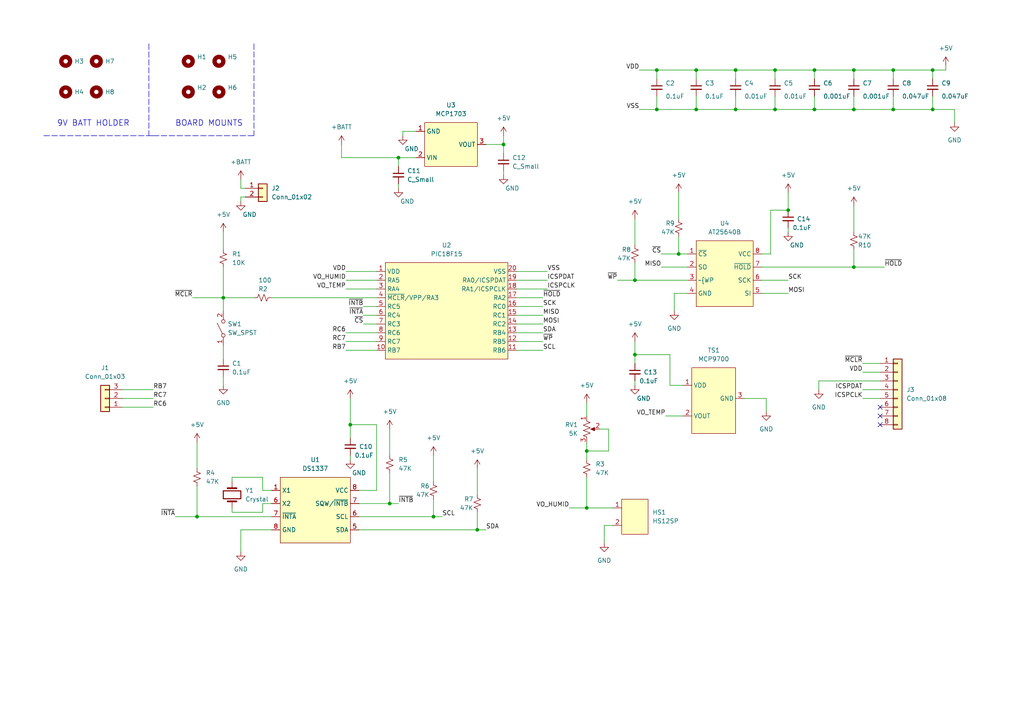
<source format=kicad_sch>
(kicad_sch (version 20211123) (generator eeschema)
  (paper "A4")
  (lib_symbols
    (symbol "Connector_Generic:Conn_01x02" (pin_names (offset 1.016) hide)
      (property "Reference" "J" (at 0 2.54 0))
      (property "Value" "Conn_01x02" (at 0 -5.08 0))
      (symbol "Conn_01x02_1_1"
        (rectangle (start -1.27 -2.413) (end 0 -2.667) (stroke (width 0.1524)))
        (rectangle (start -1.27 0.127) (end 0 -0.127) (stroke (width 0.1524)))
        (rectangle (start -1.27 1.27) (end 1.27 -3.81) (stroke (width 0.254)) (fill (type background)))
        (pin passive line (at -5.08 0 0) (length 3.81) (name "Pin_1") (number "1"))
        (pin passive line (at -5.08 -2.54 0) (length 3.81) (name "Pin_2") (number "2"))
      )
    )
    (symbol "Connector_Generic:Conn_01x03" (pin_names (offset 1.016) hide)
      (property "Reference" "J" (at 0 5.08 0))
      (property "Value" "Conn_01x03" (at 0 -5.08 0))
      (symbol "Conn_01x03_1_1"
        (rectangle (start -1.27 -2.413) (end 0 -2.667) (stroke (width 0.1524)))
        (rectangle (start -1.27 0.127) (end 0 -0.127) (stroke (width 0.1524)))
        (rectangle (start -1.27 2.667) (end 0 2.413) (stroke (width 0.1524)))
        (rectangle (start -1.27 3.81) (end 1.27 -3.81) (stroke (width 0.254)) (fill (type background)))
        (pin passive line (at -5.08 2.54 0) (length 3.81) (name "Pin_1") (number "1"))
        (pin passive line (at -5.08 0 0) (length 3.81) (name "Pin_2") (number "2"))
        (pin passive line (at -5.08 -2.54 0) (length 3.81) (name "Pin_3") (number "3"))
      )
    )
    (symbol "Connector_Generic:Conn_01x08" (pin_names (offset 1.016) hide)
      (property "Reference" "J" (at 0 10.16 0))
      (property "Value" "Conn_01x08" (at 0 -12.7 0))
      (symbol "Conn_01x08_1_1"
        (rectangle (start -1.27 -10.033) (end 0 -10.287) (stroke (width 0.1524)))
        (rectangle (start -1.27 -7.493) (end 0 -7.747) (stroke (width 0.1524)))
        (rectangle (start -1.27 -4.953) (end 0 -5.207) (stroke (width 0.1524)))
        (rectangle (start -1.27 -2.413) (end 0 -2.667) (stroke (width 0.1524)))
        (rectangle (start -1.27 0.127) (end 0 -0.127) (stroke (width 0.1524)))
        (rectangle (start -1.27 2.667) (end 0 2.413) (stroke (width 0.1524)))
        (rectangle (start -1.27 5.207) (end 0 4.953) (stroke (width 0.1524)))
        (rectangle (start -1.27 7.747) (end 0 7.493) (stroke (width 0.1524)))
        (rectangle (start -1.27 8.89) (end 1.27 -11.43) (stroke (width 0.254)) (fill (type background)))
        (pin passive line (at -5.08 7.62 0) (length 3.81) (name "Pin_1") (number "1"))
        (pin passive line (at -5.08 5.08 0) (length 3.81) (name "Pin_2") (number "2"))
        (pin passive line (at -5.08 2.54 0) (length 3.81) (name "Pin_3") (number "3"))
        (pin passive line (at -5.08 0 0) (length 3.81) (name "Pin_4") (number "4"))
        (pin passive line (at -5.08 -2.54 0) (length 3.81) (name "Pin_5") (number "5"))
        (pin passive line (at -5.08 -5.08 0) (length 3.81) (name "Pin_6") (number "6"))
        (pin passive line (at -5.08 -7.62 0) (length 3.81) (name "Pin_7") (number "7"))
        (pin passive line (at -5.08 -10.16 0) (length 3.81) (name "Pin_8") (number "8"))
      )
    )
    (symbol "Device:C_Small" (pin_numbers hide) (pin_names (offset 0.254) hide)
      (property "Reference" "C" (at 0.254 1.778 0))
      (property "Value" "C_Small" (at 0.254 -2.032 0))
      (symbol "C_Small_0_1"
        (polyline (pts (xy -1.524 -0.508) (xy 1.524 -0.508)) (stroke (width 0.3302)))
        (polyline (pts (xy -1.524 0.508) (xy 1.524 0.508)) (stroke (width 0.3048)))
      )
      (symbol "C_Small_1_1"
        (pin passive line (at 0 2.54 270) (length 2.032) (name "~") (number "1"))
        (pin passive line (at 0 -2.54 90) (length 2.032) (name "~") (number "2"))
      )
    )
    (symbol "Device:Crystal" (pin_numbers hide) (pin_names (offset 1.016) hide)
      (property "Reference" "Y" (at 0 3.81 0))
      (property "Value" "Crystal" (at 0 -3.81 0))
      (symbol "Crystal_0_1"
        (rectangle (start -1.143 2.54) (end 1.143 -2.54) (stroke (width 0.3048)))
        (polyline (pts (xy -2.54 0) (xy -1.905 0)))
        (polyline (pts (xy -1.905 -1.27) (xy -1.905 1.27)) (stroke (width 0.508)))
        (polyline (pts (xy 1.905 -1.27) (xy 1.905 1.27)) (stroke (width 0.508)))
        (polyline (pts (xy 2.54 0) (xy 1.905 0)))
      )
      (symbol "Crystal_1_1"
        (pin passive line (at -3.81 0 0) (length 1.27) (name "1") (number "1"))
        (pin passive line (at 3.81 0 180) (length 1.27) (name "2") (number "2"))
      )
    )
    (symbol "Device:R_Potentiometer_US" (pin_names (offset 1.016) hide)
      (property "Reference" "RV" (at -4.445 0 90))
      (property "Value" "R_Potentiometer_US" (at -2.54 0 90))
      (symbol "R_Potentiometer_US_0_1"
        (polyline (pts (xy 0 -2.286) (xy 0 -2.54)))
        (polyline (pts (xy 0 2.54) (xy 0 2.286)))
        (polyline (pts (xy 2.54 0) (xy 1.524 0)))
        (polyline (pts (xy 1.143 0) (xy 2.286 0.508) (xy 2.286 -0.508) (xy 1.143 0)) (fill (type outline)))
        (polyline (pts (xy 0 -0.762) (xy 1.016 -1.143) (xy 0 -1.524) (xy -1.016 -1.905) (xy 0 -2.286)))
        (polyline (pts (xy 0 0.762) (xy 1.016 0.381) (xy 0 0) (xy -1.016 -0.381) (xy 0 -0.762)))
        (polyline (pts (xy 0 2.286) (xy 1.016 1.905) (xy 0 1.524) (xy -1.016 1.143) (xy 0 0.762)))
      )
      (symbol "R_Potentiometer_US_1_1"
        (pin passive line (at 0 3.81 270) (length 1.27) (name "1") (number "1"))
        (pin passive line (at 3.81 0 180) (length 1.27) (name "2") (number "2"))
        (pin passive line (at 0 -3.81 90) (length 1.27) (name "3") (number "3"))
      )
    )
    (symbol "Device:R_Small_US" (pin_numbers hide) (pin_names (offset 0.254) hide)
      (property "Reference" "R" (at 0.762 0.508 0))
      (property "Value" "R_Small_US" (at 0.762 -1.016 0))
      (symbol "R_Small_US_1_1"
        (polyline (pts (xy 0 0) (xy 1.016 -0.381) (xy 0 -0.762) (xy -1.016 -1.143) (xy 0 -1.524)))
        (polyline (pts (xy 0 1.524) (xy 1.016 1.143) (xy 0 0.762) (xy -1.016 0.381) (xy 0 0)))
        (pin passive line (at 0 2.54 270) (length 1.016) (name "~") (number "1"))
        (pin passive line (at 0 -2.54 90) (length 1.016) (name "~") (number "2"))
      )
    )
    (symbol "LucasSymbolLib:AT25640B"
      (property "Reference" "U" (at -6.35 -13.97 0))
      (property "Value" "AT25640B" (at -2.54 -11.43 0))
      (symbol "AT25640B_0_1"
        (rectangle (start -7.62 10.16) (end 8.89 -8.89) (fill (type background)))
      )
      (symbol "AT25640B_1_1"
        (pin input line (at -10.16 6.35 0) (length 2.54) (name "~{CS}") (number "1"))
        (pin output line (at -10.16 2.54 0) (length 2.54) (name "SO") (number "2"))
        (pin input line (at -10.16 -1.27 0) (length 2.54) (name "~{WP") (number "3"))
        (pin power_in line (at -10.16 -5.08 0) (length 2.54) (name "GND") (number "4"))
        (pin input line (at 11.43 -5.08 180) (length 2.54) (name "SI") (number "5"))
        (pin input line (at 11.43 -1.27 180) (length 2.54) (name "SCK") (number "6"))
        (pin input line (at 11.43 2.54 180) (length 2.54) (name "~{HOLD}") (number "7"))
        (pin power_in line (at 11.43 6.35 180) (length 2.54) (name "VCC") (number "8"))
      )
    )
    (symbol "LucasSymbolLib:DS1337"
      (property "Reference" "U" (at -7.62 -10.16 0))
      (property "Value" "DS1337" (at -5.08 -7.62 0))
      (symbol "DS1337_0_1"
        (rectangle (start -10.16 12.7) (end 10.16 -6.35) (fill (type background)))
      )
      (symbol "DS1337_1_1"
        (pin passive line (at -12.7 8.89 0) (length 2.54) (name "X1") (number "1"))
        (pin bidirectional line (at 12.7 -2.54 180) (length 2.54) (name "SDA") (number "5"))
        (pin input line (at 12.7 1.27 180) (length 2.54) (name "SCL") (number "6"))
        (pin passive line (at -12.7 5.08 0) (length 2.54) (name "X2") (number "6"))
        (pin output line (at 12.7 5.08 180) (length 2.54) (name "SQW/~{INTB}") (number "7"))
        (pin output line (at -12.7 1.27 0) (length 2.54) (name "~{INTA}") (number "7"))
        (pin power_in line (at -12.7 -2.54 0) (length 2.54) (name "GND") (number "8"))
        (pin power_in line (at 12.7 8.89 180) (length 2.54) (name "VCC") (number "8"))
      )
    )
    (symbol "LucasSymbolLib:HS12SP"
      (property "Reference" "HS" (at -1.27 -8.89 0))
      (property "Value" "HS12SP" (at 0 -6.35 0))
      (symbol "HS12SP_0_1"
        (rectangle (start -3.81 5.08) (end 3.81 -5.08) (fill (type background)))
      )
      (symbol "HS12SP_1_1"
        (pin passive line (at -6.35 2.54 0) (length 2.54) (name "") (number "1"))
        (pin passive line (at -6.35 -2.54 0) (length 2.54) (name "") (number "2"))
      )
    )
    (symbol "LucasSymbolLib:MCP1703"
      (property "Reference" "U" (at -6.35 -10.16 0))
      (property "Value" "MCP1703" (at -2.54 -7.62 0))
      (symbol "MCP1703_0_1"
        (rectangle (start -7.62 6.35) (end 7.62 -6.35) (fill (type background)))
      )
      (symbol "MCP1703_1_1"
        (pin power_in line (at -10.16 3.81 0) (length 2.54) (name "GND") (number "1"))
        (pin power_in line (at -10.16 -3.81 0) (length 2.54) (name "VIN") (number "2"))
        (pin power_out line (at 10.16 0 180) (length 2.54) (name "VOUT") (number "3"))
      )
    )
    (symbol "LucasSymbolLib:MCP9700"
      (property "Reference" "TS" (at -3.81 -13.97 0))
      (property "Value" "MCP9700" (at -1.27 -11.43 0))
      (symbol "MCP9700_0_1"
        (rectangle (start -6.35 8.89) (end 6.35 -10.16) (fill (type background)))
      )
      (symbol "MCP9700_1_1"
        (pin power_in line (at -8.89 3.81 0) (length 2.54) (name "VDD") (number "1"))
        (pin output line (at -8.89 -5.08 0) (length 2.54) (name "VOUT") (number "2"))
        (pin passive line (at 8.89 0 180) (length 2.54) (name "GND") (number "3"))
      )
    )
    (symbol "LucasSymbolLib:PIC18F15"
      (property "Reference" "U" (at -1.27 -19.05 0))
      (property "Value" "PIC18F15" (at 0 -16.51 0))
      (symbol "PIC18F15_0_1"
        (rectangle (start -17.78 12.7) (end 17.78 -15.24) (fill (type background)))
      )
      (symbol "PIC18F15_1_1"
        (pin power_in line (at -20.32 10.16 0) (length 2.54) (name "VDD") (number "1"))
        (pin bidirectional line (at -20.32 -12.7 0) (length 2.54) (name "RB7") (number "10"))
        (pin bidirectional line (at 20.32 -12.7 180) (length 2.54) (name "RB6") (number "11"))
        (pin bidirectional line (at 20.32 -10.16 180) (length 2.54) (name "RB5") (number "12"))
        (pin bidirectional line (at 20.32 -7.62 180) (length 2.54) (name "RB4") (number "13"))
        (pin bidirectional line (at 20.32 -5.08 180) (length 2.54) (name "RC2") (number "14"))
        (pin bidirectional line (at 20.32 -2.54 180) (length 2.54) (name "RC1") (number "15"))
        (pin bidirectional line (at 20.32 0 180) (length 2.54) (name "RC0") (number "16"))
        (pin bidirectional line (at 20.32 2.54 180) (length 2.54) (name "RA2") (number "17"))
        (pin bidirectional line (at 20.32 5.08 180) (length 2.54) (name "RA1/ICSPCLK") (number "18"))
        (pin bidirectional line (at 20.32 7.62 180) (length 2.54) (name "RA0/ICSPDAT") (number "19"))
        (pin bidirectional line (at -20.32 7.62 0) (length 2.54) (name "RA5") (number "2"))
        (pin power_in line (at 20.32 10.16 180) (length 2.54) (name "VSS") (number "20"))
        (pin bidirectional line (at -20.32 5.08 0) (length 2.54) (name "RA4") (number "3"))
        (pin bidirectional line (at -20.32 2.54 0) (length 2.54) (name "~{MCLR}/VPP/RA3") (number "4"))
        (pin bidirectional line (at -20.32 0 0) (length 2.54) (name "RC5") (number "5"))
        (pin bidirectional line (at -20.32 -2.54 0) (length 2.54) (name "RC4") (number "6"))
        (pin bidirectional line (at -20.32 -5.08 0) (length 2.54) (name "RC3") (number "7"))
        (pin bidirectional line (at -20.32 -7.62 0) (length 2.54) (name "RC6") (number "8"))
        (pin bidirectional line (at -20.32 -10.16 0) (length 2.54) (name "RC7") (number "9"))
      )
    )
    (symbol "Mechanical:MountingHole" (pin_names (offset 1.016))
      (property "Reference" "H" (at 0 5.08 0))
      (property "Value" "MountingHole" (at 0 3.175 0))
      (symbol "MountingHole_0_1"
        (circle (center 0 0) (radius 1.27) (stroke (width 1.27)))
      )
    )
    (symbol "Switch:SW_SPST" (pin_names (offset 0) hide)
      (property "Reference" "SW" (at 0 3.175 0))
      (property "Value" "SW_SPST" (at 0 -2.54 0))
      (symbol "SW_SPST_0_0"
        (circle (center -2.032 0) (radius 0.508))
        (polyline (pts (xy -1.524 0.254) (xy 1.524 1.778)))
        (circle (center 2.032 0) (radius 0.508))
      )
      (symbol "SW_SPST_1_1"
        (pin passive line (at -5.08 0 0) (length 2.54) (name "A") (number "1"))
        (pin passive line (at 5.08 0 180) (length 2.54) (name "B") (number "2"))
      )
    )
    (symbol "power:+5V" (power) (pin_names (offset 0))
      (property "Value" "+5V" (at 0 3.556 0))
      (symbol "+5V_0_1"
        (polyline (pts (xy -0.762 1.27) (xy 0 2.54)))
        (polyline (pts (xy 0 0) (xy 0 2.54)))
        (polyline (pts (xy 0 2.54) (xy 0.762 1.27)))
      )
      (symbol "+5V_1_1"
        (pin power_in line (at 0 0 90) (length 0) hide (name "+5V") (number "1"))
      )
    )
    (symbol "power:+BATT" (power) (pin_names (offset 0))
      (property "Value" "+BATT" (at 0 3.556 0))
      (symbol "+BATT_0_1"
        (polyline (pts (xy -0.762 1.27) (xy 0 2.54)))
        (polyline (pts (xy 0 0) (xy 0 2.54)))
        (polyline (pts (xy 0 2.54) (xy 0.762 1.27)))
      )
      (symbol "+BATT_1_1"
        (pin power_in line (at 0 0 90) (length 0) hide (name "+BATT") (number "1"))
      )
    )
    (symbol "power:GND" (power) (pin_names (offset 0))
      (property "Value" "GND" (at 0 -3.81 0))
      (symbol "GND_0_1"
        (polyline (pts (xy 0 0) (xy 0 -1.27) (xy 1.27 -1.27) (xy 0 -2.54) (xy -1.27 -1.27) (xy 0 -1.27)))
      )
      (symbol "GND_1_1"
        (pin power_in line (at 0 0 270) (length 0) hide (name "GND") (number "1"))
      )
    )
  )
  (junction (at 213.36 31.75))
  (junction (at 259.08 31.75))
  (junction (at 259.08 20.32))
  (junction (at 247.65 20.32))
  (junction (at 190.5 31.75))
  (junction (at 138.43 153.67))
  (junction (at 236.22 31.75))
  (junction (at 146.05 41.91))
  (junction (at 115.57 45.72))
  (junction (at 170.18 147.32))
  (junction (at 196.85 73.66))
  (junction (at 125.73 149.86))
  (junction (at 170.18 130.81))
  (junction (at 184.15 102.87))
  (junction (at 101.6 123.19))
  (junction (at 57.15 149.86))
  (junction (at 270.51 20.32))
  (junction (at 247.65 31.75))
  (junction (at 64.77 86.36))
  (junction (at 201.93 31.75))
  (junction (at 224.79 20.32))
  (junction (at 201.93 20.32))
  (junction (at 113.03 146.05))
  (junction (at 247.65 77.47))
  (junction (at 236.22 20.32))
  (junction (at 213.36 20.32))
  (junction (at 224.79 31.75))
  (junction (at 190.5 20.32))
  (junction (at 270.51 31.75))
  (junction (at 228.6 60.96))
  (junction (at 184.15 81.28))
  (no_connect (at 255.27 118.11))
  (no_connect (at 255.27 120.65))
  (no_connect (at 255.27 123.19))
  (wire (pts (xy 236.22 31.75) (xy 236.22 27.94)))
  (wire (pts (xy 50.8 149.86) (xy 57.15 149.86)))
  (wire (pts (xy 255.27 110.49) (xy 237.49 110.49)))
  (wire (pts (xy 247.65 31.75) (xy 247.65 27.94)))
  (wire (pts (xy 76.2 142.24) (xy 76.2 138.43)))
  (wire (pts (xy 149.86 101.6) (xy 157.48 101.6)))
  (wire (pts (xy 115.57 53.34) (xy 115.57 54.61)))
  (wire (pts (xy 64.77 77.47) (xy 64.77 86.36)))
  (wire (pts (xy 259.08 31.75) (xy 259.08 27.94)))
  (wire (pts (xy 250.19 115.57) (xy 255.27 115.57)))
  (wire (pts (xy 76.2 138.43) (xy 67.31 138.43)))
  (wire (pts (xy 44.45 113.03) (xy 35.56 113.03)))
  (wire (pts (xy 100.33 99.06) (xy 109.22 99.06)))
  (wire (pts (xy 64.77 86.36) (xy 64.77 90.17)))
  (wire (pts (xy 120.65 38.1) (xy 116.84 38.1)))
  (wire (pts (xy 57.15 140.97) (xy 57.15 149.86)))
  (wire (pts (xy 149.86 83.82) (xy 158.75 83.82)))
  (wire (pts (xy 276.86 31.75) (xy 270.51 31.75)))
  (wire (pts (xy 199.39 85.09) (xy 195.58 85.09)))
  (wire (pts (xy 274.32 20.32) (xy 274.32 19.05)))
  (wire (pts (xy 190.5 20.32) (xy 185.42 20.32)))
  (wire (pts (xy 149.86 86.36) (xy 157.48 86.36)))
  (wire (pts (xy 259.08 31.75) (xy 270.51 31.75)))
  (wire (pts (xy 236.22 31.75) (xy 247.65 31.75)))
  (wire (pts (xy 140.97 41.91) (xy 146.05 41.91)))
  (wire (pts (xy 113.03 137.16) (xy 113.03 146.05)))
  (wire (pts (xy 138.43 153.67) (xy 140.97 153.67)))
  (wire (pts (xy 201.93 31.75) (xy 213.36 31.75)))
  (wire (pts (xy 113.03 146.05) (xy 115.57 146.05)))
  (wire (pts (xy 259.08 20.32) (xy 270.51 20.32)))
  (wire (pts (xy 44.45 118.11) (xy 35.56 118.11)))
  (wire (pts (xy 224.79 31.75) (xy 224.79 27.94)))
  (wire (pts (xy 201.93 31.75) (xy 201.93 27.94)))
  (wire (pts (xy 146.05 41.91) (xy 146.05 39.37)))
  (wire (pts (xy 104.14 146.05) (xy 113.03 146.05)))
  (wire (pts (xy 149.86 81.28) (xy 158.75 81.28)))
  (wire (pts (xy 157.48 96.52) (xy 149.86 96.52)))
  (wire (pts (xy 157.48 99.06) (xy 149.86 99.06)))
  (polyline (pts (xy 44.45 39.37) (xy 73.66 39.37)))
  (wire (pts (xy 113.03 124.46) (xy 113.03 132.08)))
  (wire (pts (xy 213.36 31.75) (xy 213.36 27.94)))
  (wire (pts (xy 101.6 123.19) (xy 109.22 123.19)))
  (wire (pts (xy 116.84 38.1) (xy 116.84 39.37)))
  (wire (pts (xy 228.6 55.88) (xy 228.6 60.96)))
  (wire (pts (xy 109.22 88.9) (xy 105.41 88.9)))
  (wire (pts (xy 69.85 153.67) (xy 69.85 160.02)))
  (wire (pts (xy 69.85 57.15) (xy 71.12 57.15)))
  (wire (pts (xy 222.25 119.38) (xy 222.25 115.57)))
  (wire (pts (xy 224.79 31.75) (xy 236.22 31.75)))
  (wire (pts (xy 250.19 113.03) (xy 255.27 113.03)))
  (wire (pts (xy 149.86 78.74) (xy 158.75 78.74)))
  (wire (pts (xy 270.51 31.75) (xy 270.51 27.94)))
  (wire (pts (xy 170.18 138.43) (xy 170.18 147.32)))
  (wire (pts (xy 185.42 31.75) (xy 190.5 31.75)))
  (wire (pts (xy 99.06 45.72) (xy 115.57 45.72)))
  (wire (pts (xy 78.74 146.05) (xy 76.2 146.05)))
  (wire (pts (xy 270.51 20.32) (xy 270.51 22.86)))
  (wire (pts (xy 149.86 88.9) (xy 157.48 88.9)))
  (wire (pts (xy 255.27 105.41) (xy 250.19 105.41)))
  (wire (pts (xy 179.07 81.28) (xy 184.15 81.28)))
  (wire (pts (xy 195.58 85.09) (xy 195.58 90.17)))
  (wire (pts (xy 213.36 20.32) (xy 213.36 22.86)))
  (wire (pts (xy 157.48 91.44) (xy 149.86 91.44)))
  (wire (pts (xy 44.45 115.57) (xy 35.56 115.57)))
  (wire (pts (xy 64.77 100.33) (xy 64.77 104.14)))
  (wire (pts (xy 184.15 81.28) (xy 184.15 76.2)))
  (wire (pts (xy 170.18 116.84) (xy 170.18 120.65)))
  (wire (pts (xy 101.6 132.08) (xy 101.6 133.35)))
  (wire (pts (xy 259.08 20.32) (xy 259.08 22.86)))
  (wire (pts (xy 228.6 66.04) (xy 228.6 67.31)))
  (wire (pts (xy 109.22 123.19) (xy 109.22 142.24)))
  (wire (pts (xy 176.53 130.81) (xy 170.18 130.81)))
  (wire (pts (xy 193.04 120.65) (xy 198.12 120.65)))
  (wire (pts (xy 100.33 96.52) (xy 109.22 96.52)))
  (wire (pts (xy 76.2 146.05) (xy 76.2 148.59)))
  (wire (pts (xy 125.73 149.86) (xy 128.27 149.86)))
  (polyline (pts (xy 43.18 12.7) (xy 43.18 39.37)))
  (wire (pts (xy 104.14 142.24) (xy 109.22 142.24)))
  (wire (pts (xy 194.31 102.87) (xy 194.31 111.76)))
  (wire (pts (xy 191.77 73.66) (xy 196.85 73.66)))
  (wire (pts (xy 71.12 54.61) (xy 69.85 54.61)))
  (wire (pts (xy 176.53 124.46) (xy 173.99 124.46)))
  (wire (pts (xy 175.26 152.4) (xy 175.26 157.48)))
  (wire (pts (xy 105.41 93.98) (xy 109.22 93.98)))
  (wire (pts (xy 237.49 110.49) (xy 237.49 113.03)))
  (wire (pts (xy 64.77 86.36) (xy 55.88 86.36)))
  (wire (pts (xy 170.18 130.81) (xy 170.18 133.35)))
  (wire (pts (xy 175.26 152.4) (xy 177.8 152.4)))
  (wire (pts (xy 146.05 41.91) (xy 146.05 44.45)))
  (wire (pts (xy 220.98 77.47) (xy 247.65 77.47)))
  (wire (pts (xy 76.2 148.59) (xy 67.31 148.59)))
  (wire (pts (xy 64.77 67.31) (xy 64.77 72.39)))
  (wire (pts (xy 223.52 73.66) (xy 220.98 73.66)))
  (wire (pts (xy 255.27 107.95) (xy 250.19 107.95)))
  (wire (pts (xy 247.65 31.75) (xy 259.08 31.75)))
  (wire (pts (xy 224.79 20.32) (xy 236.22 20.32)))
  (wire (pts (xy 220.98 81.28) (xy 228.6 81.28)))
  (wire (pts (xy 146.05 49.53) (xy 146.05 50.8)))
  (wire (pts (xy 184.15 102.87) (xy 184.15 105.41)))
  (wire (pts (xy 149.86 93.98) (xy 157.48 93.98)))
  (wire (pts (xy 78.74 142.24) (xy 76.2 142.24)))
  (wire (pts (xy 100.33 78.74) (xy 109.22 78.74)))
  (wire (pts (xy 276.86 35.56) (xy 276.86 31.75)))
  (wire (pts (xy 100.33 101.6) (xy 109.22 101.6)))
  (wire (pts (xy 99.06 41.91) (xy 99.06 45.72)))
  (wire (pts (xy 73.66 86.36) (xy 64.77 86.36)))
  (wire (pts (xy 224.79 20.32) (xy 224.79 22.86)))
  (wire (pts (xy 104.14 153.67) (xy 138.43 153.67)))
  (wire (pts (xy 57.15 149.86) (xy 78.74 149.86)))
  (wire (pts (xy 115.57 45.72) (xy 115.57 48.26)))
  (wire (pts (xy 176.53 124.46) (xy 176.53 130.81)))
  (wire (pts (xy 101.6 123.19) (xy 101.6 127)))
  (wire (pts (xy 270.51 20.32) (xy 274.32 20.32)))
  (wire (pts (xy 104.14 149.86) (xy 125.73 149.86)))
  (wire (pts (xy 201.93 20.32) (xy 213.36 20.32)))
  (wire (pts (xy 220.98 85.09) (xy 228.6 85.09)))
  (wire (pts (xy 105.41 91.44) (xy 109.22 91.44)))
  (wire (pts (xy 170.18 147.32) (xy 177.8 147.32)))
  (wire (pts (xy 101.6 115.57) (xy 101.6 123.19)))
  (wire (pts (xy 247.65 59.69) (xy 247.65 67.31)))
  (wire (pts (xy 165.1 147.32) (xy 170.18 147.32)))
  (wire (pts (xy 201.93 20.32) (xy 201.93 22.86)))
  (wire (pts (xy 194.31 102.87) (xy 184.15 102.87)))
  (wire (pts (xy 184.15 110.49) (xy 184.15 111.76)))
  (wire (pts (xy 64.77 109.22) (xy 64.77 111.76)))
  (wire (pts (xy 213.36 20.32) (xy 224.79 20.32)))
  (wire (pts (xy 196.85 55.88) (xy 196.85 63.5)))
  (wire (pts (xy 223.52 60.96) (xy 228.6 60.96)))
  (wire (pts (xy 67.31 148.59) (xy 67.31 147.32)))
  (wire (pts (xy 125.73 132.08) (xy 125.73 139.7)))
  (wire (pts (xy 191.77 77.47) (xy 199.39 77.47)))
  (wire (pts (xy 69.85 54.61) (xy 69.85 52.07)))
  (wire (pts (xy 115.57 45.72) (xy 120.65 45.72)))
  (wire (pts (xy 213.36 31.75) (xy 224.79 31.75)))
  (wire (pts (xy 236.22 20.32) (xy 247.65 20.32)))
  (polyline (pts (xy 12.7 39.37) (xy 43.18 39.37)))
  (wire (pts (xy 184.15 63.5) (xy 184.15 71.12)))
  (wire (pts (xy 100.33 83.82) (xy 109.22 83.82)))
  (wire (pts (xy 78.74 86.36) (xy 109.22 86.36)))
  (wire (pts (xy 184.15 99.06) (xy 184.15 102.87)))
  (wire (pts (xy 190.5 31.75) (xy 201.93 31.75)))
  (wire (pts (xy 78.74 153.67) (xy 69.85 153.67)))
  (wire (pts (xy 100.33 81.28) (xy 109.22 81.28)))
  (wire (pts (xy 196.85 73.66) (xy 199.39 73.66)))
  (wire (pts (xy 190.5 22.86) (xy 190.5 20.32)))
  (wire (pts (xy 190.5 20.32) (xy 201.93 20.32)))
  (wire (pts (xy 67.31 138.43) (xy 67.31 139.7)))
  (wire (pts (xy 222.25 115.57) (xy 215.9 115.57)))
  (polyline (pts (xy 73.66 12.7) (xy 73.66 39.37)))
  (wire (pts (xy 196.85 73.66) (xy 196.85 68.58)))
  (wire (pts (xy 236.22 20.32) (xy 236.22 22.86)))
  (wire (pts (xy 247.65 77.47) (xy 247.65 72.39)))
  (wire (pts (xy 247.65 77.47) (xy 256.54 77.47)))
  (wire (pts (xy 223.52 60.96) (xy 223.52 73.66)))
  (wire (pts (xy 69.85 57.15) (xy 69.85 58.42)))
  (wire (pts (xy 138.43 135.89) (xy 138.43 143.51)))
  (wire (pts (xy 170.18 128.27) (xy 170.18 130.81)))
  (wire (pts (xy 194.31 111.76) (xy 198.12 111.76)))
  (wire (pts (xy 125.73 149.86) (xy 125.73 144.78)))
  (wire (pts (xy 190.5 27.94) (xy 190.5 31.75)))
  (wire (pts (xy 138.43 153.67) (xy 138.43 148.59)))
  (wire (pts (xy 247.65 20.32) (xy 259.08 20.32)))
  (wire (pts (xy 57.15 128.27) (xy 57.15 135.89)))
  (polyline (pts (xy 43.18 39.37) (xy 44.45 39.37)))
  (wire (pts (xy 184.15 81.28) (xy 199.39 81.28)))
  (wire (pts (xy 247.65 20.32) (xy 247.65 22.86)))
  (text "BOARD MOUNTS" (at 50.8 36.83 0) (effects (font (size 1.67 1.67)) (justify left bottom)))
  (text "9V BATT HOLDER" (at 16.51 36.83 0) (effects (font (size 1.67 1.67)) (justify left bottom)))
  (label "VO_HUMID" (at 165.1 147.32 180))
  (label "RC6" (at 100.33 96.52 180))
  (label "VSS" (at 158.75 78.74 0))
  (label "~{HOLD}" (at 256.54 77.47 0))
  (label "VO_HUMID" (at 100.33 81.28 180))
  (label "VDD" (at 250.19 107.95 180))
  (label "VDD" (at 100.33 78.74 180))
  (label "~{CS}" (at 105.41 93.98 180))
  (label "SDA" (at 157.48 96.52 0))
  (label "SCK" (at 228.6 81.28 0))
  (label "~{CS}" (at 191.77 73.66 180))
  (label "ICSPCLK" (at 250.19 115.57 180))
  (label "RB7" (at 44.45 113.03 0))
  (label "MOSI" (at 157.48 93.98 0))
  (label "RB7" (at 100.33 101.6 180))
  (label "RC7" (at 100.33 99.06 180))
  (label "SCK" (at 157.48 88.9 0))
  (label "~{INTA}" (at 50.8 149.86 180))
  (label "VDD" (at 185.42 20.32 180))
  (label "~{MCLR}" (at 55.88 86.36 180))
  (label "MISO" (at 191.77 77.47 180))
  (label "SCL" (at 128.27 149.86 0))
  (label "RC7" (at 44.45 115.57 0))
  (label "~{HOLD}" (at 157.48 86.36 0))
  (label "~{INTB}" (at 105.41 88.9 180))
  (label "RC6" (at 44.45 118.11 0))
  (label "SCL" (at 157.48 101.6 0))
  (label "~{INTA}" (at 105.41 91.44 180))
  (label "MISO" (at 157.48 91.44 0))
  (label "VO_TEMP" (at 193.04 120.65 180))
  (label "ICSPCLK" (at 158.75 83.82 0))
  (label "ICSPDAT" (at 158.75 81.28 0))
  (label "VSS" (at 185.42 31.75 180))
  (label "~{WP}" (at 179.07 81.28 180))
  (label "VO_TEMP" (at 100.33 83.82 180))
  (label "MOSI" (at 228.6 85.09 0))
  (label "SDA" (at 140.97 153.67 0))
  (label "ICSPDAT" (at 250.19 113.03 180))
  (label "~{MCLR}" (at 250.19 105.41 180))
  (label "~{WP}" (at 157.48 99.06 0))
  (label "~{INTB}" (at 115.57 146.05 0))
  (symbol (lib_id "Device:C_Small") (at 64.77 106.68 0) (unit 1)
    (property "Reference" "C1" (at 67.31 105.4162 0) (effects (justify left)))
    (property "Value" "0.1uF" (at 67.31 107.9562 0) (effects (justify left)))
  )
  (symbol (lib_id "LucasSymbolLib:AT25640B") (at 209.55 80.01 0) (unit 1)
    (property "Reference" "U4" (at 210.185 64.77 0))
    (property "Value" "AT25640B" (at 210.185 67.31 0))
  )
  (symbol (lib_id "Device:C_Small") (at 224.79 25.4 0) (unit 1)
    (property "Reference" "C5" (at 227.33 24.1362 0) (effects (justify left)))
    (property "Value" "0.01uF" (at 227.33 27.94 0) (effects (justify left)))
  )
  (symbol (lib_id "Device:C_Small") (at 190.5 25.4 0) (unit 1)
    (property "Reference" "C2" (at 193.04 24.1362 0) (effects (justify left)))
    (property "Value" "0.1uF" (at 193.04 27.94 0) (effects (justify left)))
  )
  (symbol (lib_id "Device:R_Small_US") (at 184.15 73.66 180) (unit 1)
    (property "Reference" "R8" (at 180.34 72.39 0) (effects (justify right)))
    (property "Value" "47K" (at 179.07 74.93 0) (effects (justify right)))
  )
  (symbol (lib_id "power:GND") (at 237.49 113.03 0) (unit 1)
    (property "Reference" "#PWR0105" (effects hide))
    (property "Value" "GND" (at 237.49 118.11 0))
  )
  (symbol (lib_id "Mechanical:MountingHole") (at 27.94 26.67 0) (unit 1)
    (property "Reference" "H8" (at 30.48 26.6699 0) (effects (justify left)))
    (property "Value" "MountingHole" (effects hide))
  )
  (symbol (lib_id "Connector_Generic:Conn_01x08") (at 260.35 113.03 0) (unit 1)
    (property "Reference" "J3" (at 262.89 113.0299 0) (effects (justify left)))
    (property "Value" "Conn_01x08" (at 262.89 115.5699 0) (effects (justify left)))
  )
  (symbol (lib_id "power:GND") (at 116.84 39.37 0) (unit 1)
    (property "Reference" "#PWR0111" (effects hide))
    (property "Value" "GND" (at 119.38 43.18 0))
  )
  (symbol (lib_id "Device:R_Potentiometer_US") (at 170.18 124.46 0) (unit 1)
    (property "Reference" "RV1" (at 167.64 123.1899 0) (effects (justify right)))
    (property "Value" "5K" (at 167.64 125.7299 0) (effects (justify right)))
  )
  (symbol (lib_id "LucasSymbolLib:DS1337") (at 91.44 151.13 0) (unit 1)
    (property "Reference" "U1" (at 91.44 133.35 0))
    (property "Value" "DS1337" (at 91.44 135.89 0))
  )
  (symbol (lib_id "power:GND") (at 184.15 111.76 0) (unit 1)
    (property "Reference" "#PWR09" (effects hide))
    (property "Value" "GND" (at 186.69 115.57 0))
  )
  (symbol (lib_id "power:+5V") (at 57.15 128.27 0) (unit 1)
    (property "Reference" "#PWR01" (effects hide))
    (property "Value" "+5V" (at 57.15 123.19 0))
  )
  (symbol (lib_id "Connector_Generic:Conn_01x03") (at 30.48 115.57 180) (unit 1)
    (property "Reference" "J1" (at 30.48 106.68 0))
    (property "Value" "Conn_01x03" (at 30.48 109.22 0))
  )
  (symbol (lib_id "power:+5V") (at 184.15 63.5 0) (unit 1)
    (property "Reference" "#PWR08" (effects hide))
    (property "Value" "+5V" (at 184.15 58.42 0))
  )
  (symbol (lib_id "power:GND") (at 195.58 90.17 0) (unit 1)
    (property "Reference" "#PWR0107" (effects hide))
    (property "Value" "GND" (at 195.58 95.25 0))
  )
  (symbol (lib_id "Device:C_Small") (at 213.36 25.4 0) (unit 1)
    (property "Reference" "C4" (at 215.9 24.1362 0) (effects (justify left)))
    (property "Value" "0.01uF" (at 215.9 27.94 0) (effects (justify left)))
  )
  (symbol (lib_id "Mechanical:MountingHole") (at 19.05 17.78 0) (unit 1)
    (property "Reference" "H3" (at 21.59 17.7799 0) (effects (justify left)))
    (property "Value" "MountingHole" (effects hide))
  )
  (symbol (lib_id "Device:C_Small") (at 270.51 25.4 0) (unit 1)
    (property "Reference" "C9" (at 273.05 24.1362 0) (effects (justify left)))
    (property "Value" "0.047uF" (at 273.05 27.94 0) (effects (justify left)))
  )
  (symbol (lib_id "Device:R_Small_US") (at 57.15 138.43 180) (unit 1)
    (property "Reference" "R4" (at 59.69 137.16 0) (effects (justify right)))
    (property "Value" "47K" (at 59.69 139.7 0) (effects (justify right)))
  )
  (symbol (lib_id "power:+5V") (at 101.6 115.57 0) (mirror y) (unit 1)
    (property "Reference" "#PWR0109" (effects hide))
    (property "Value" "+5V" (at 101.6 110.49 0))
  )
  (symbol (lib_id "power:+BATT") (at 99.06 41.91 0) (unit 1)
    (property "Reference" "#PWR0112" (effects hide))
    (property "Value" "+BATT" (at 99.06 36.83 0))
  )
  (symbol (lib_id "power:GND") (at 175.26 157.48 0) (unit 1)
    (property "Reference" "#PWR0106" (effects hide))
    (property "Value" "GND" (at 175.26 162.56 0))
  )
  (symbol (lib_id "power:GND") (at 101.6 133.35 0) (unit 1)
    (property "Reference" "#PWR02" (effects hide))
    (property "Value" "GND" (at 104.14 137.16 0))
  )
  (symbol (lib_id "Connector_Generic:Conn_01x02") (at 76.2 54.61 0) (unit 1)
    (property "Reference" "J2" (at 78.74 54.6099 0) (effects (justify left)))
    (property "Value" "Conn_01x02" (at 78.74 57.1499 0) (effects (justify left)))
  )
  (symbol (lib_id "Mechanical:MountingHole") (at 27.94 17.78 0) (unit 1)
    (property "Reference" "H7" (at 30.48 17.7799 0) (effects (justify left)))
    (property "Value" "MountingHole" (effects hide))
  )
  (symbol (lib_id "power:+BATT") (at 69.85 52.07 0) (unit 1)
    (property "Reference" "#PWR0115" (effects hide))
    (property "Value" "+BATT" (at 69.85 46.99 0))
  )
  (symbol (lib_id "LucasSymbolLib:MCP1703") (at 130.81 41.91 0) (unit 1)
    (property "Reference" "U3" (at 130.81 30.48 0))
    (property "Value" "MCP1703" (at 130.81 33.02 0))
  )
  (symbol (lib_id "Device:C_Small") (at 236.22 25.4 0) (unit 1)
    (property "Reference" "C6" (at 238.76 24.1362 0) (effects (justify left)))
    (property "Value" "0.001uF" (at 238.76 27.94 0) (effects (justify left)))
  )
  (symbol (lib_id "power:GND") (at 115.57 54.61 0) (unit 1)
    (property "Reference" "#PWR04" (effects hide))
    (property "Value" "GND" (at 118.11 58.42 0))
  )
  (symbol (lib_id "Device:R_Small_US") (at 125.73 142.24 180) (unit 1)
    (property "Reference" "R6" (at 121.92 140.97 0) (effects (justify right)))
    (property "Value" "47K" (at 120.65 143.51 0) (effects (justify right)))
  )
  (symbol (lib_id "Device:Crystal") (at 67.31 143.51 270) (unit 1)
    (property "Reference" "Y1" (at 71.12 142.2399 90) (effects (justify left)))
    (property "Value" "Crystal" (at 71.12 144.7799 90) (effects (justify left)))
  )
  (symbol (lib_id "Mechanical:MountingHole") (at 54.61 17.78 0) (unit 1)
    (property "Reference" "H1" (at 57.15 16.5099 0) (effects (justify left)))
    (property "Value" "MountingHole" (effects hide))
  )
  (symbol (lib_id "Mechanical:MountingHole") (at 63.5 17.78 0) (unit 1)
    (property "Reference" "H5" (at 66.04 16.5099 0) (effects (justify left)))
    (property "Value" "MountingHole" (effects hide))
  )
  (symbol (lib_id "Device:C_Small") (at 247.65 25.4 0) (unit 1)
    (property "Reference" "C7" (at 250.19 24.1362 0) (effects (justify left)))
    (property "Value" "0.001uF" (at 250.19 27.94 0) (effects (justify left)))
  )
  (symbol (lib_id "Device:R_Small_US") (at 64.77 74.93 0) (unit 1)
    (property "Reference" "R1" (at 67.31 73.6599 0) (effects (justify left)))
    (property "Value" "10K" (at 67.31 76.1999 0) (effects (justify left)))
  )
  (symbol (lib_id "Device:C_Small") (at 201.93 25.4 0) (unit 1)
    (property "Reference" "C3" (at 204.47 24.1362 0) (effects (justify left)))
    (property "Value" "0.1uF" (at 204.47 27.94 0) (effects (justify left)))
  )
  (symbol (lib_id "Device:R_Small_US") (at 138.43 146.05 180) (unit 1)
    (property "Reference" "R7" (at 134.62 144.78 0) (effects (justify right)))
    (property "Value" "47K" (at 133.35 147.32 0) (effects (justify right)))
  )
  (symbol (lib_id "power:+5V") (at 228.6 55.88 0) (mirror y) (unit 1)
    (property "Reference" "#PWR0101" (effects hide))
    (property "Value" "+5V" (at 228.6 50.8 0))
  )
  (symbol (lib_id "Device:C_Small") (at 259.08 25.4 0) (unit 1)
    (property "Reference" "C8" (at 261.62 24.1362 0) (effects (justify left)))
    (property "Value" "0.047uF" (at 261.62 27.94 0) (effects (justify left)))
  )
  (symbol (lib_id "Device:R_Small_US") (at 196.85 66.04 180) (unit 1)
    (property "Reference" "R9" (at 193.04 64.77 0) (effects (justify right)))
    (property "Value" "47K" (at 191.77 67.31 0) (effects (justify right)))
  )
  (symbol (lib_id "Device:R_Small_US") (at 113.03 134.62 180) (unit 1)
    (property "Reference" "R5" (at 115.57 133.35 0) (effects (justify right)))
    (property "Value" "47K" (at 115.57 135.89 0) (effects (justify right)))
  )
  (symbol (lib_id "power:+5V") (at 247.65 59.69 0) (unit 1)
    (property "Reference" "#PWR012" (effects hide))
    (property "Value" "+5V" (at 247.65 54.61 0))
  )
  (symbol (lib_id "power:GND") (at 146.05 50.8 0) (unit 1)
    (property "Reference" "#PWR07" (effects hide))
    (property "Value" "GND" (at 148.59 54.61 0))
  )
  (symbol (lib_id "power:+5V") (at 146.05 39.37 0) (mirror y) (unit 1)
    (property "Reference" "#PWR0113" (effects hide))
    (property "Value" "+5V" (at 146.05 34.29 0))
  )
  (symbol (lib_id "power:+5V") (at 196.85 55.88 0) (unit 1)
    (property "Reference" "#PWR010" (effects hide))
    (property "Value" "+5V" (at 196.85 50.8 0))
  )
  (symbol (lib_id "Mechanical:MountingHole") (at 54.61 26.67 0) (unit 1)
    (property "Reference" "H2" (at 57.15 25.3999 0) (effects (justify left)))
    (property "Value" "MountingHole" (effects hide))
  )
  (symbol (lib_id "Device:R_Small_US") (at 76.2 86.36 270) (unit 1)
    (property "Reference" "R2" (at 74.93 83.8199 90) (effects (justify left)))
    (property "Value" "100" (at 74.93 81.28 90) (effects (justify left)))
  )
  (symbol (lib_id "LucasSymbolLib:MCP9700") (at 207.01 115.57 0) (unit 1)
    (property "Reference" "TS1" (at 207.01 101.6 0))
    (property "Value" "MCP9700" (at 207.01 104.14 0))
  )
  (symbol (lib_id "Device:C_Small") (at 146.05 46.99 0) (unit 1)
    (property "Reference" "C12" (at 148.59 45.7262 0) (effects (justify left)))
    (property "Value" "C_Small" (at 148.59 48.2662 0) (effects (justify left)))
  )
  (symbol (lib_id "power:GND") (at 64.77 111.76 0) (unit 1)
    (property "Reference" "#PWR0117" (effects hide))
    (property "Value" "GND" (at 64.77 116.84 0))
  )
  (symbol (lib_id "Switch:SW_SPST") (at 64.77 95.25 90) (unit 1)
    (property "Reference" "SW1" (at 66.04 93.9799 90) (effects (justify right)))
    (property "Value" "SW_SPST" (at 66.04 96.5199 90) (effects (justify right)))
  )
  (symbol (lib_id "power:GND") (at 276.86 35.56 0) (unit 1)
    (property "Reference" "#PWR0108" (effects hide))
    (property "Value" "GND" (at 276.86 40.64 0))
  )
  (symbol (lib_id "Device:C_Small") (at 101.6 129.54 0) (unit 1)
    (property "Reference" "C10" (at 104.14 129.54 0) (effects (justify left)))
    (property "Value" "0.1uF" (at 102.87 132.08 0) (effects (justify left)))
  )
  (symbol (lib_id "power:GND") (at 69.85 58.42 0) (unit 1)
    (property "Reference" "#PWR0116" (effects hide))
    (property "Value" "GND" (at 72.39 62.23 0))
  )
  (symbol (lib_id "LucasSymbolLib:PIC18F15") (at 129.54 88.9 0) (unit 1)
    (property "Reference" "U2" (at 129.54 71.12 0))
    (property "Value" "PIC18F15" (at 129.54 73.66 0))
  )
  (symbol (lib_id "Device:C_Small") (at 115.57 50.8 0) (unit 1)
    (property "Reference" "C11" (at 118.11 49.5362 0) (effects (justify left)))
    (property "Value" "C_Small" (at 118.11 52.0762 0) (effects (justify left)))
  )
  (symbol (lib_id "power:+5V") (at 138.43 135.89 0) (unit 1)
    (property "Reference" "#PWR06" (effects hide))
    (property "Value" "+5V" (at 138.43 130.81 0))
  )
  (symbol (lib_id "power:+5V") (at 125.73 132.08 0) (unit 1)
    (property "Reference" "#PWR05" (effects hide))
    (property "Value" "+5V" (at 125.73 127 0))
  )
  (symbol (lib_id "power:+5V") (at 170.18 116.84 0) (mirror y) (unit 1)
    (property "Reference" "#PWR0102" (effects hide))
    (property "Value" "+5V" (at 170.18 111.76 0))
  )
  (symbol (lib_id "power:GND") (at 69.85 160.02 0) (unit 1)
    (property "Reference" "#PWR0110" (effects hide))
    (property "Value" "GND" (at 69.85 165.1 0))
  )
  (symbol (lib_id "Device:R_Small_US") (at 247.65 69.85 180) (unit 1)
    (property "Reference" "R10" (at 252.73 71.12 0) (effects (justify left)))
    (property "Value" "47K" (at 252.73 68.58 0) (effects (justify left)))
  )
  (symbol (lib_id "power:+5V") (at 113.03 124.46 0) (unit 1)
    (property "Reference" "#PWR03" (effects hide))
    (property "Value" "+5V" (at 113.03 119.38 0))
  )
  (symbol (lib_id "Mechanical:MountingHole") (at 63.5 26.67 0) (unit 1)
    (property "Reference" "H6" (at 66.04 25.3999 0) (effects (justify left)))
    (property "Value" "MountingHole" (effects hide))
  )
  (symbol (lib_id "power:+5V") (at 274.32 19.05 0) (mirror y) (unit 1)
    (property "Reference" "#PWR0118" (effects hide))
    (property "Value" "+5V" (at 274.32 13.97 0))
  )
  (symbol (lib_id "Device:C_Small") (at 228.6 63.5 0) (unit 1)
    (property "Reference" "C14" (at 231.14 63.5 0) (effects (justify left)))
    (property "Value" "0.1uF" (at 229.87 66.04 0) (effects (justify left)))
  )
  (symbol (lib_id "LucasSymbolLib:HS12SP") (at 184.15 149.86 0) (unit 1)
    (property "Reference" "HS1" (at 189.23 148.5899 0) (effects (justify left)))
    (property "Value" "HS12SP" (at 189.23 151.1299 0) (effects (justify left)))
  )
  (symbol (lib_id "power:+5V") (at 64.77 67.31 0) (mirror y) (unit 1)
    (property "Reference" "#PWR0114" (effects hide))
    (property "Value" "+5V" (at 64.77 62.23 0))
  )
  (symbol (lib_id "power:GND") (at 228.6 67.31 0) (unit 1)
    (property "Reference" "#PWR011" (effects hide))
    (property "Value" "GND" (at 231.14 71.12 0))
  )
  (symbol (lib_id "power:GND") (at 222.25 119.38 0) (unit 1)
    (property "Reference" "#PWR0104" (effects hide))
    (property "Value" "GND" (at 222.25 124.46 0))
  )
  (symbol (lib_id "power:+5V") (at 184.15 99.06 0) (mirror y) (unit 1)
    (property "Reference" "#PWR0103" (effects hide))
    (property "Value" "+5V" (at 184.15 93.98 0))
  )
  (symbol (lib_id "Device:R_Small_US") (at 170.18 135.89 0) (unit 1)
    (property "Reference" "R3" (at 172.72 134.6199 0) (effects (justify left)))
    (property "Value" "47K" (at 172.72 137.1599 0) (effects (justify left)))
  )
  (symbol (lib_id "Mechanical:MountingHole") (at 19.05 26.67 0) (unit 1)
    (property "Reference" "H4" (at 21.59 26.6699 0) (effects (justify left)))
    (property "Value" "MountingHole" (effects hide))
  )
  (symbol (lib_id "Device:C_Small") (at 184.15 107.95 0) (unit 1)
    (property "Reference" "C13" (at 186.69 107.95 0) (effects (justify left)))
    (property "Value" "0.1uF" (at 185.42 110.49 0) (effects (justify left)))
  )
)
</source>
